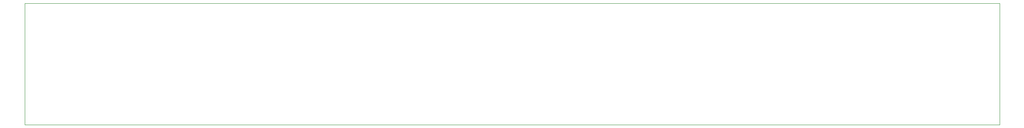
<source format=gbr>
G04 #@! TF.GenerationSoftware,KiCad,Pcbnew,5.1.5-52549c5~84~ubuntu18.04.1*
G04 #@! TF.CreationDate,2020-03-30T00:09:55-04:00*
G04 #@! TF.ProjectId,mikrokosmos_panel,6d696b72-6f6b-46f7-936d-6f735f70616e,rev?*
G04 #@! TF.SameCoordinates,Original*
G04 #@! TF.FileFunction,Profile,NP*
%FSLAX46Y46*%
G04 Gerber Fmt 4.6, Leading zero omitted, Abs format (unit mm)*
G04 Created by KiCad (PCBNEW 5.1.5-52549c5~84~ubuntu18.04.1) date 2020-03-30 00:09:55*
%MOMM*%
%LPD*%
G04 APERTURE LIST*
%ADD10C,0.100000*%
G04 APERTURE END LIST*
D10*
X250000000Y-80000000D02*
X250000000Y-105000000D01*
X50000000Y-80000000D02*
X250000000Y-80000000D01*
X50000000Y-105000000D02*
X50000000Y-80000000D01*
X250000000Y-105000000D02*
X50000000Y-105000000D01*
M02*

</source>
